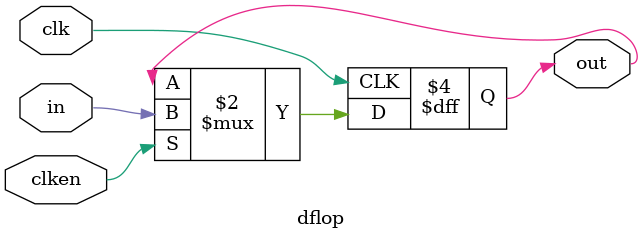
<source format=v>
/*  Author: bkeith

	File: dflop.v
    Description: A single D flip-flop with enable 
	
	Inputs:	 clk - clock source	
			 in  - input signal
			 clken - clock source enable
	
	Outputs: out - output signal	
	
	History:	3/8/14	- started.	
*/

module dflop(
	input wire in,
	input wire clk,
	input wire clken,
	output reg out
	);

	always@(negedge clk) begin
		if(clken)
			out <= in;
	end

endmodule
</source>
